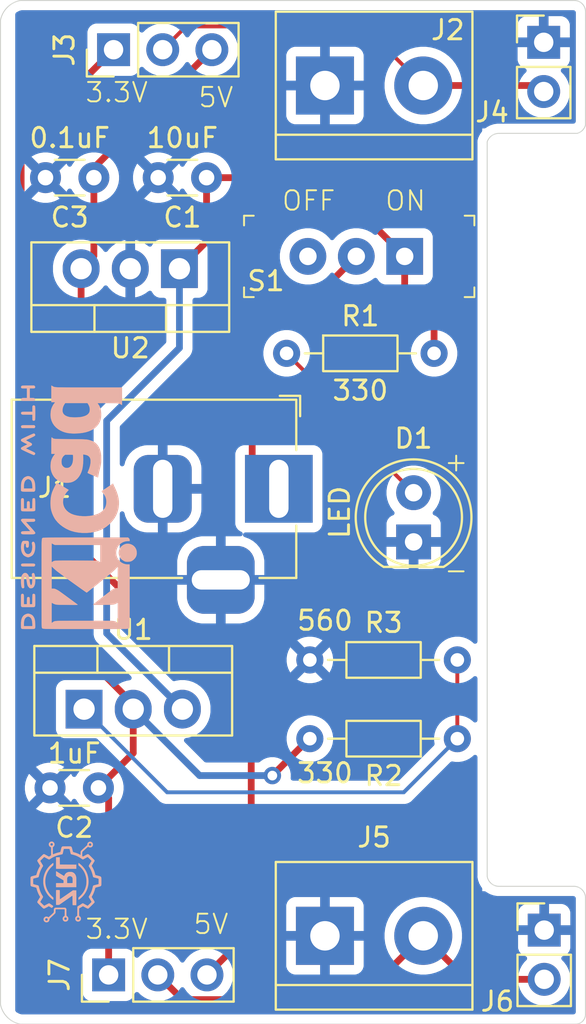
<source format=kicad_pcb>
(kicad_pcb (version 20241229) (generator "pcbnew") (generator_version "9.0")
  (title_block (title "Breadboard Power Supply") (date "2025-11-25") (rev "2") (company "Ziegen Ludwig"))
  (layers (0 "F.Cu" signal) (2 "B.Cu" signal) (13 "F.Paste" user) (15 "B.Paste" user) (5 "F.SilkS" user "F.Silkscreen") (7 "B.SilkS" user "B.Silkscreen") (1 "F.Mask" user) (3 "B.Mask" user) (25 "Edge.Cuts" user))
  (net 0 "")
  (net 1 "GND")
  (net 2 "/12V")
  (net 3 "/3.3V")
  (net 4 "/5V")
  (net 5 "Net-(D1-A)")
  (net 6 "/PWR_input")
  (net 7 "/PWR_OUTPUT_BOTTOM")
  (net 8 "Net-(U1-ADJ)")
  (net 10 "/PWR_OUT_TOP")
  (footprint "Resistor_THT:R_Axial_DIN0204_L3.6mm_D1.6mm_P7.62mm_Horizontal" (layer "F.Cu") (at 142.222 87.884)
    (property "Reference" "R3" (at 3.81 -1.92 0) (layer "F.SilkS"))
    (property "Value" "560" (at 0.78 -2.032 0) (layer "F.SilkS"))
    (pad "1" thru_hole circle (at 0 0) (size 1.4 1.4) (drill 0.7) (layers "*.Cu" "*.Mask") (net 1 "GND"))
    (pad "2" thru_hole circle (at 7.62 0) (size 1.4 1.4) (drill 0.7) (layers "*.Cu" "*.Mask") (net 8 "Net-(U1-ADJ)"))
  )
  (footprint "Custom Footprints ZRL:TerminalBlock_bornier-2_P5.08mm" (layer "F.Cu") (at 143.002 102.1232)
    (property "Reference" "J5" (at 2.54 -5.08 0) (layer "F.SilkS"))
    (property "Value" "Screw_Terminal_01x02" (hide yes))
    (pad "1" thru_hole rect (at 0 0) (size 3 3) (drill 1.52) (layers "*.Cu" "*.Mask") (net 1 "GND"))
    (pad "2" thru_hole circle (at 5.08 0) (size 3 3) (drill 1.52) (layers "*.Cu" "*.Mask") (net 7 "/PWR_OUTPUT_BOTTOM"))
  )
  (footprint "Connector_PinHeader_2.54mm:PinHeader_1x03_P2.54mm_Vertical" (layer "F.Cu") (at 131.826 104.14 90)
    (property "Reference" "J7" (at 0 -2.54 90) (layer "F.SilkS"))
    (property "Value" "Conn_01x03_Pin" (hide yes))
    (pad "1" thru_hole rect (at 0 0 90) (size 1.7 1.7) (drill 1) (layers "*.Cu" "*.Mask") (net 3 "/3.3V"))
    (pad "2" thru_hole circle (at 0 2.54 90) (size 1.7 1.7) (drill 1) (layers "*.Cu" "*.Mask") (net 7 "/PWR_OUTPUT_BOTTOM"))
    (pad "3" thru_hole circle (at 0 5.08 90) (size 1.7 1.7) (drill 1) (layers "*.Cu" "*.Mask") (net 4 "/5V"))
  )
  (footprint "LED_THT:LED_D5.0mm" (layer "F.Cu") (at 147.582 81.793 90)
    (property "Reference" "D1" (at 5.339 -0.008 180) (layer "F.SilkS"))
    (property "Value" "LED" (at 1.529 -3.818 270) (layer "F.SilkS"))
    (pad "1" thru_hole rect (at 0 0 90) (size 1.8 1.8) (drill 0.9) (layers "*.Cu" "*.Mask") (net 1 "GND"))
    (pad "2" thru_hole circle (at 2.54 0 90) (size 1.8 1.8) (drill 0.9) (layers "*.Cu" "*.Mask") (net 5 "Net-(D1-A)"))
  )
  (footprint "Resistor_THT:R_Axial_DIN0204_L3.6mm_D1.6mm_P7.62mm_Horizontal" (layer "F.Cu") (at 149.842 91.948 180)
    (property "Reference" "R2" (at 3.81 -1.92 0) (layer "F.SilkS"))
    (property "Value" "330" (at 6.84 -1.778 0) (layer "F.SilkS"))
    (pad "1" thru_hole circle (at 0 0 180) (size 1.4 1.4) (drill 0.7) (layers "*.Cu" "*.Mask") (net 8 "Net-(U1-ADJ)"))
    (pad "2" thru_hole circle (at 7.62 0 180) (size 1.4 1.4) (drill 0.7) (layers "*.Cu" "*.Mask") (net 3 "/3.3V"))
  )
  (footprint "Connector_PinHeader_2.54mm:PinHeader_1x02_P2.54mm_Vertical" (layer "F.Cu") (at 154.305 56.007)
    (property "Reference" "J4" (at -2.667 3.6068 0) (layer "F.SilkS"))
    (property "Value" "Conn_01x02_Pin" (hide yes))
    (pad "1" thru_hole rect (at 0 0) (size 1.7 1.7) (drill 1) (layers "*.Cu" "*.Mask") (net 1 "GND"))
    (pad "2" thru_hole circle (at 0 2.54) (size 1.7 1.7) (drill 1) (layers "*.Cu" "*.Mask") (net 10 "/PWR_OUT_TOP"))
  )
  (footprint "Custom Footprints ZRL:Switch_Slide_11.6x4mm_EG1218" (layer "F.Cu") (at 147.122 67.056 180)
    (property "Reference" "S1" (at 7.168 -1.27 0) (layer "F.SilkS"))
    (property "Value" "EG1218" (hide yes))
    (pad "1" thru_hole rect (at 0 0 180) (size 1.9 1.9) (drill 0.9) (layers "*.Cu" "*.Mask") (net 2 "/12V"))
    (pad "2" thru_hole circle (at 2.5 0 180) (size 1.9 1.9) (drill 0.9) (layers "*.Cu" "*.Mask") (net 6 "/PWR_input"))
    (pad "3" thru_hole circle (at 5 0 180) (size 1.9 1.9) (drill 0.9) (layers "*.Cu" "*.Mask"))
  )
  (footprint "Custom Footprints ZRL:TerminalBlock_bornier-2_P5.08mm" (layer "F.Cu") (at 143.002 58.237)
    (property "Reference" "J2" (at 6.35 -2.865 0) (layer "F.SilkS"))
    (property "Value" "Screw_Terminal_01x02" (hide yes))
    (pad "1" thru_hole rect (at 0 0) (size 3 3) (drill 1.52) (layers "*.Cu" "*.Mask") (net 1 "GND"))
    (pad "2" thru_hole circle (at 5.08 0) (size 3 3) (drill 1.52) (layers "*.Cu" "*.Mask") (net 10 "/PWR_OUT_TOP"))
  )
  (footprint "Resistor_THT:R_Axial_DIN0204_L3.6mm_D1.6mm_P7.62mm_Horizontal" (layer "F.Cu") (at 141.0208 72.0598)
    (property "Reference" "R1" (at 3.81 -1.92 0) (layer "F.SilkS"))
    (property "Value" "330" (at 3.81 1.92 0) (layer "F.SilkS"))
    (pad "1" thru_hole circle (at 0 0) (size 1.4 1.4) (drill 0.7) (layers "*.Cu" "*.Mask") (net 5 "Net-(D1-A)"))
    (pad "2" thru_hole circle (at 7.62 0) (size 1.4 1.4) (drill 0.7) (layers "*.Cu" "*.Mask") (net 2 "/12V"))
  )
  (footprint "Connector_BarrelJack:BarrelJack_Horizontal" (layer "F.Cu") (at 140.62 79.0525)
    (property "Reference" "J1" (at -11.588 -0.0585 0) (layer "F.SilkS"))
    (property "Value" "Barrel_Jack_Switch" (hide yes))
    (pad "1" thru_hole rect (at 0 0) (size 3.5 3.5) (drill oval 1 3) (layers "*.Cu" "*.Mask") (net 6 "/PWR_input"))
    (pad "2" thru_hole roundrect (at -6 0) (size 3 3.5) (drill oval 1 3) (layers "*.Cu" "*.Mask") (net 1 "GND"))
    (pad "3" thru_hole roundrect (at -3 4.7) (size 3.5 3.5) (drill oval 3 1) (layers "*.Cu" "*.Mask") (net 1 "GND"))
  )
  (footprint "Connector_PinHeader_2.54mm:PinHeader_1x02_P2.54mm_Vertical" (layer "F.Cu") (at 154.3304 101.8286)
    (property "Reference" "J6" (at -2.413 3.683 0) (layer "F.SilkS"))
    (property "Value" "Conn_01x02_Pin" (hide yes))
    (pad "1" thru_hole rect (at 0 0) (size 1.7 1.7) (drill 1) (layers "*.Cu" "*.Mask") (net 1 "GND"))
    (pad "2" thru_hole circle (at 0 2.54) (size 1.7 1.7) (drill 1) (layers "*.Cu" "*.Mask") (net 7 "/PWR_OUTPUT_BOTTOM"))
  )
  (footprint "Capacitor_THT:C_Disc_D3.0mm_W1.6mm_P2.50mm" (layer "F.Cu") (at 131.298 94.488 180)
    (property "Reference" "C2" (at 1.25 -2.05 0) (layer "F.SilkS"))
    (property "Value" "1uF" (at 1.25 1.778 0) (layer "F.SilkS"))
    (pad "1" thru_hole circle (at 0 0 180) (size 1.6 1.6) (drill 0.8) (layers "*.Cu" "*.Mask") (net 3 "/3.3V"))
    (pad "2" thru_hole circle (at 2.5 0 180) (size 1.6 1.6) (drill 0.8) (layers "*.Cu" "*.Mask") (net 1 "GND"))
  )
  (footprint "Capacitor_THT:C_Disc_D3.0mm_W1.6mm_P2.50mm" (layer "F.Cu") (at 136.886 62.992 180)
    (property "Reference" "C1" (at 1.25 -2.05 0) (layer "F.SilkS"))
    (property "Value" "10uF" (at 1.25 2.05 0) (layer "F.SilkS"))
    (pad "1" thru_hole circle (at 0 0 180) (size 1.6 1.6) (drill 0.8) (layers "*.Cu" "*.Mask") (net 2 "/12V"))
    (pad "2" thru_hole circle (at 2.5 0 180) (size 1.6 1.6) (drill 0.8) (layers "*.Cu" "*.Mask") (net 1 "GND"))
  )
  (footprint "Package_TO_SOT_THT:TO-220-3_Vertical" (layer "F.Cu") (at 135.4836 67.691 180)
    (property "Reference" "U2" (at 2.54 -4.1 0) (layer "F.SilkS"))
    (property "Value" "LM7805_TO220" (hide yes))
    (pad "1" thru_hole rect (at 0 0 180) (size 1.905 2) (drill 1.1) (layers "*.Cu" "*.Mask") (net 2 "/12V"))
    (pad "2" thru_hole oval (at 2.54 0 180) (size 1.905 2) (drill 1.1) (layers "*.Cu" "*.Mask") (net 1 "GND"))
    (pad "3" thru_hole oval (at 5.08 0 180) (size 1.905 2) (drill 1.1) (layers "*.Cu" "*.Mask") (net 4 "/5V"))
  )
  (footprint "Capacitor_THT:C_Disc_D3.0mm_W1.6mm_P2.50mm" (layer "F.Cu") (at 131.064 62.992 180)
    (property "Reference" "C3" (at 1.25 -2.05 0) (layer "F.SilkS"))
    (property "Value" "0.1uF" (at 1.25 2.05 0) (layer "F.SilkS"))
    (pad "1" thru_hole circle (at 0 0 180) (size 1.6 1.6) (drill 0.8) (layers "*.Cu" "*.Mask") (net 4 "/5V"))
    (pad "2" thru_hole circle (at 2.5 0 180) (size 1.6 1.6) (drill 0.8) (layers "*.Cu" "*.Mask") (net 1 "GND"))
  )
  (footprint "Connector_PinHeader_2.54mm:PinHeader_1x03_P2.54mm_Vertical" (layer "F.Cu") (at 132.08 56.388 90)
    (property "Reference" "J3" (at 0 -2.54 90) (layer "F.SilkS"))
    (property "Value" "Conn_01x03_Pin" (hide yes))
    (pad "1" thru_hole rect (at 0 0 90) (size 1.7 1.7) (drill 1) (layers "*.Cu" "*.Mask") (net 3 "/3.3V"))
    (pad "2" thru_hole circle (at 0 2.54 90) (size 1.7 1.7) (drill 1) (layers "*.Cu" "*.Mask") (net 10 "/PWR_OUT_TOP"))
    (pad "3" thru_hole circle (at 0 5.08 90) (size 1.7 1.7) (drill 1) (layers "*.Cu" "*.Mask") (net 4 "/5V"))
  )
  (footprint "Package_TO_SOT_THT:TO-220-3_Vertical" (layer "F.Cu") (at 130.556 90.424)
    (property "Reference" "U1" (at 2.54 -4.1 0) (layer "F.SilkS"))
    (property "Value" "LM317_TO-220" (hide yes))
    (pad "1" thru_hole rect (at 0 0) (size 1.905 2) (drill 1.1) (layers "*.Cu" "*.Mask") (net 8 "Net-(U1-ADJ)"))
    (pad "2" thru_hole oval (at 2.54 0) (size 1.905 2) (drill 1.1) (layers "*.Cu" "*.Mask") (net 3 "/3.3V"))
    (pad "3" thru_hole oval (at 5.08 0) (size 1.905 2) (drill 1.1) (layers "*.Cu" "*.Mask") (net 2 "/12V"))
  )
  (footprint "Custom Logo ZRL:ZRL_PCB_Logo" (layer "B.Cu") (at 129.54 99.314 90)
    (property "Reference" "G***" (hide yes))
    (property "Value" "LOGO" (hide yes))
  )
  (footprint "Symbol:KiCad-Logo2_5mm_SilkScreen" (layer "B.Cu") (at 130.302 80.01 90)
    (property "Reference" "REF**" (hide yes))
    (property "Value" "KiCad-Logo2_5mm_SilkScreen" (hide yes))
  )
  (gr_arc (start 155.909782 99.568399) (mid 156.28857 99.746683) (end 156.464 100.1268) (stroke (width 0.05)) (layer "Edge.Cuts"))
  (gr_arc (start 151.9936 99.568) (mid 151.594134 99.421544) (end 151.384 99.051591) (stroke (width 0.05)) (layer "Edge.Cuts"))
  (gr_line (start 127.254 106.68) (end 155.956 106.68) (stroke (width 0.05)) (layer "Edge.Cuts"))
  (gr_arc (start 156.464 60.2742) (mid 156.306717 60.548717) (end 156.0322 60.706) (stroke (width 0.05)) (layer "Edge.Cuts"))
  (gr_line (start 156.464 106.172) (end 156.463999 100.1268) (stroke (width 0.05)) (layer "Edge.Cuts"))
  (gr_line (start 151.384 99.051591) (end 151.384 61.145378) (stroke (width 0.05)) (layer "Edge.Cuts"))
  (gr_arc (start 126.238 54.864) (mid 126.59219 54.20219) (end 127.254001 53.848) (stroke (width 0.05)) (layer "Edge.Cuts"))
  (gr_line (start 156.464 60.274199) (end 156.466205 54.4322) (stroke (width 0.05)) (layer "Edge.Cuts"))
  (gr_arc (start 151.384 61.145375) (mid 151.61788 60.827291) (end 151.9936 60.706) (stroke (width 0.05)) (layer "Edge.Cuts"))
  (gr_arc (start 127.254 106.68) (mid 126.59219 106.32581) (end 126.238 105.663999) (stroke (width 0.05)) (layer "Edge.Cuts"))
  (gr_line (start 126.238 54.864) (end 126.238 105.663999) (stroke (width 0.05)) (layer "Edge.Cuts"))
  (gr_arc (start 156.464 106.172) (mid 156.31521 106.53121) (end 155.956 106.68) (stroke (width 0.05)) (layer "Edge.Cuts"))
  (gr_line (start 151.9936 60.706) (end 156.032199 60.706) (stroke (width 0.05)) (layer "Edge.Cuts"))
  (gr_line (start 155.9306 53.848) (end 127.254001 53.848) (stroke (width 0.05)) (layer "Edge.Cuts"))
  (gr_line (start 155.909782 99.568) (end 151.9936 99.568) (stroke (width 0.05)) (layer "Edge.Cuts"))
  (gr_arc (start 155.9306 53.848) (mid 156.312038 54.035917) (end 156.466205 54.4322) (stroke (width 0.05)) (layer "Edge.Cuts"))
  (gr_text "+" (at 149.098 78.232 0) (layer "F.SilkS") (effects (font (size 1 1) (thickness 0.1)) (justify left bottom)))
  (gr_text "-" (at 149.098 83.82 0) (layer "F.SilkS") (effects (font (size 1 1) (thickness 0.1)) (justify left bottom)))
  (gr_text "5V" (at 136.398 59.436 0) (layer "F.SilkS") (effects (font (size 1 1) (thickness 0.1)) (justify left bottom)))
  (gr_text "3.3V" (at 130.556 59.182 0) (layer "F.SilkS") (effects (font (size 1 1) (thickness 0.1)) (justify left bottom)))
  (gr_text "ON" (at 146.05 64.77 0) (layer "F.SilkS") (effects (font (size 1 1) (thickness 0.1)) (justify left bottom)))
  (gr_text "5V" (at 136.144 102.108 0) (layer "F.SilkS") (effects (font (size 1 1) (thickness 0.1)) (justify left bottom)))
  (gr_text "OFF" (at 140.716 64.77 0) (layer "F.SilkS") (effects (font (size 1 1) (thickness 0.1)) (justify left bottom)))
  (gr_text "3.3V" (at 130.556 102.362 0) (layer "F.SilkS") (effects (font (size 1 1) (thickness 0.1)) (justify left bottom)))
  (segment (start 147.122 67.056) (end 147.122 68.908) (width 0.35) (layer "F.Cu") (net 2))
  (segment (start 136.886 62.992) (end 143.058 62.992) (width 0.35) (layer "F.Cu") (net 2))
  (segment (start 136.886 66.2886) (end 135.4836 67.691) (width 0.35) (layer "F.Cu") (net 2))
  (segment (start 143.058 62.992) (end 147.122 67.056) (width 0.35) (layer "F.Cu") (net 2))
  (segment (start 136.886 62.992) (end 136.886 66.2886) (width 0.35) (layer "F.Cu") (net 2))
  (segment (start 148.6408 70.4268) (end 148.6408 72.0598) (width 0.35) (layer "F.Cu") (net 2))
  (segment (start 147.122 68.908) (end 148.6408 70.4268) (width 0.35) (layer "F.Cu") (net 2))
  (segment (start 135.4836 67.691) (end 135.4836 71.7804) (width 0.35) (layer "B.Cu") (net 2))
  (segment (start 131.7244 75.5396) (end 131.7244 86.5124) (width 0.35) (layer "B.Cu") (net 2))
  (segment (start 135.4836 71.7804) (end 131.7244 75.5396) (width 0.35) (layer "B.Cu") (net 2))
  (segment (start 131.7244 86.5124) (end 135.636 90.424) (width 0.35) (layer "B.Cu") (net 2))
  (segment (start 131.826 95.016) (end 131.298 94.488) (width 0.35) (layer "F.Cu") (net 3))
  (segment (start 131.826 104.14) (end 131.826 95.016) (width 0.35) (layer "F.Cu") (net 3))
  (segment (start 132.08 56.388) (end 127.3048 61.1632) (width 0.35) (layer "F.Cu") (net 3))
  (segment (start 127.3048 61.1632) (end 127.3048 84.3683) (width 0.35) (layer "F.Cu") (net 3))
  (segment (start 127.3048 84.3683) (end 133.096 90.1595) (width 0.35) (layer "F.Cu") (net 3))
  (segment (start 131.298 94.488) (end 133.096 92.69) (width 0.35) (layer "F.Cu") (net 3))
  (segment (start 142.222 91.948) (end 142.1892 91.948) (width 0.35) (layer "F.Cu") (net 3))
  (segment (start 142.1892 91.948) (end 140.2842 93.853) (width 0.35) (layer "F.Cu") (net 3))
  (segment (start 133.096 90.1595) (end 133.096 90.424) (width 0.35) (layer "F.Cu") (net 3))
  (segment (start 133.096 92.69) (end 133.096 90.424) (width 0.35) (layer "F.Cu") (net 3))
  (via (at 140.2842 93.853) (size 0.9) (drill 0.5) (layers "F.Cu" "B.Cu") (net 3))
  (segment (start 140.2842 93.853) (end 136.525 93.853) (width 0.35) (layer "B.Cu") (net 3))
  (segment (start 136.525 93.853) (end 133.096 90.424) (width 0.35) (layer "B.Cu") (net 3))
  (segment (start 131.064 62.484) (end 131.064 62.992) (width 0.35) (layer "F.Cu") (net 4))
  (segment (start 139.192 86.7918) (end 139.192 101.854) (width 0.35) (layer "F.Cu") (net 4))
  (segment (start 139.192 101.854) (end 136.906 104.14) (width 0.35) (layer "F.Cu") (net 4))
  (segment (start 130.4036 67.691) (end 130.4036 82.1944) (width 0.35) (layer "F.Cu") (net 4))
  (segment (start 138.8618 86.4616) (end 139.192 86.7918) (width 0.35) (layer "F.Cu") (net 4))
  (segment (start 131.064 67.0306) (end 130.4036 67.691) (width 0.35) (layer "F.Cu") (net 4))
  (segment (start 134.6708 86.4616) (end 138.8618 86.4616) (width 0.35) (layer "F.Cu") (net 4))
  (segment (start 131.064 62.992) (end 131.064 67.0306) (width 0.35) (layer "F.Cu") (net 4))
  (segment (start 137.16 56.388) (end 131.064 62.484) (width 0.35) (layer "F.Cu") (net 4))
  (segment (start 130.4036 82.1944) (end 134.6708 86.4616) (width 0.35) (layer "F.Cu") (net 4))
  (segment (start 141.0208 72.0598) (end 146.5326 77.5716) (width 0.2) (layer "F.Cu") (net 5))
  (segment (start 146.5326 77.5716) (end 146.5326 78.2036) (width 0.2) (layer "F.Cu") (net 5))
  (segment (start 146.5326 78.2036) (end 147.582 79.253) (width 0.2) (layer "F.Cu") (net 5))
  (segment (start 139.2428 77.6753) (end 140.62 79.0525) (width 0.35) (layer "F.Cu") (net 6))
  (segment (start 141.5994 70.0786) (end 139.5984 70.0786) (width 0.35) (layer "F.Cu") (net 6))
  (segment (start 139.5984 70.0786) (end 139.2428 70.4342) (width 0.35) (layer "F.Cu") (net 6))
  (segment (start 139.2428 70.4342) (end 139.2428 77.6753) (width 0.35) (layer "F.Cu") (net 6))
  (segment (start 144.622 67.056) (end 141.5994 70.0786) (width 0.35) (layer "F.Cu") (net 6))
  (segment (start 150.3274 104.3686) (end 154.3304 104.3686) (width 0.35) (layer "F.Cu") (net 7))
  (segment (start 148.082 102.1232) (end 150.3274 104.3686) (width 0.35) (layer "F.Cu") (net 7))
  (segment (start 135.642 105.416) (end 134.366 104.14) (width 0.35) (layer "F.Cu") (net 7))
  (segment (start 148.082 102.1232) (end 144.7892 105.416) (width 0.35) (layer "F.Cu") (net 7))
  (segment (start 144.7892 105.416) (end 135.642 105.416) (width 0.35) (layer "F.Cu") (net 7))
  (segment (start 149.842 87.884) (end 149.842 91.948) (width 0.2) (layer "F.Cu") (net 8))
  (segment (start 130.556 90.424) (end 134.8486 94.7166) (width 0.2) (layer "B.Cu") (net 8))
  (segment (start 147.0734 94.7166) (end 134.8486 94.7166) (width 0.2) (layer "B.Cu") (net 8))
  (segment (start 149.842 91.948) (end 147.0734 94.7166) (width 0.2) (layer "B.Cu") (net 8))
  (segment (start 148.082 58.237) (end 153.995 58.237) (width 0.35) (layer "F.Cu") (net 10))
  (segment (start 145.032 55.187) (end 148.082 58.237) (width 0.2) (layer "F.Cu") (net 10))
  (segment (start 148.392 58.547) (end 148.082 58.237) (width 0.35) (layer "F.Cu") (net 10))
  (segment (start 134.62 56.388) (end 135.821 55.187) (width 0.2) (layer "F.Cu") (net 10))
  (segment (start 135.821 55.187) (end 145.032 55.187) (width 0.2) (layer "F.Cu") (net 10))
  (segment (start 153.995 58.237) (end 154.305 58.547) (width 0.35) (layer "F.Cu") (net 10))
  (zone (net 1) (net_name "GND") (layer "B.Cu") (connect_pads (clearance 0.5)) (min_thickness 0.25) (fill yes (thermal_gap 0.5) (thermal_bridge_width 0.5))
    (polygon (pts (xy 156.21 54.102) (xy 127 54.102) (xy 127 106.426) (xy 156.21 106.426) (xy 156.21 99.822) (xy 151.13 99.822) (xy 151.13 60.452) (xy 156.21 60.452)))
  )
)
</source>
